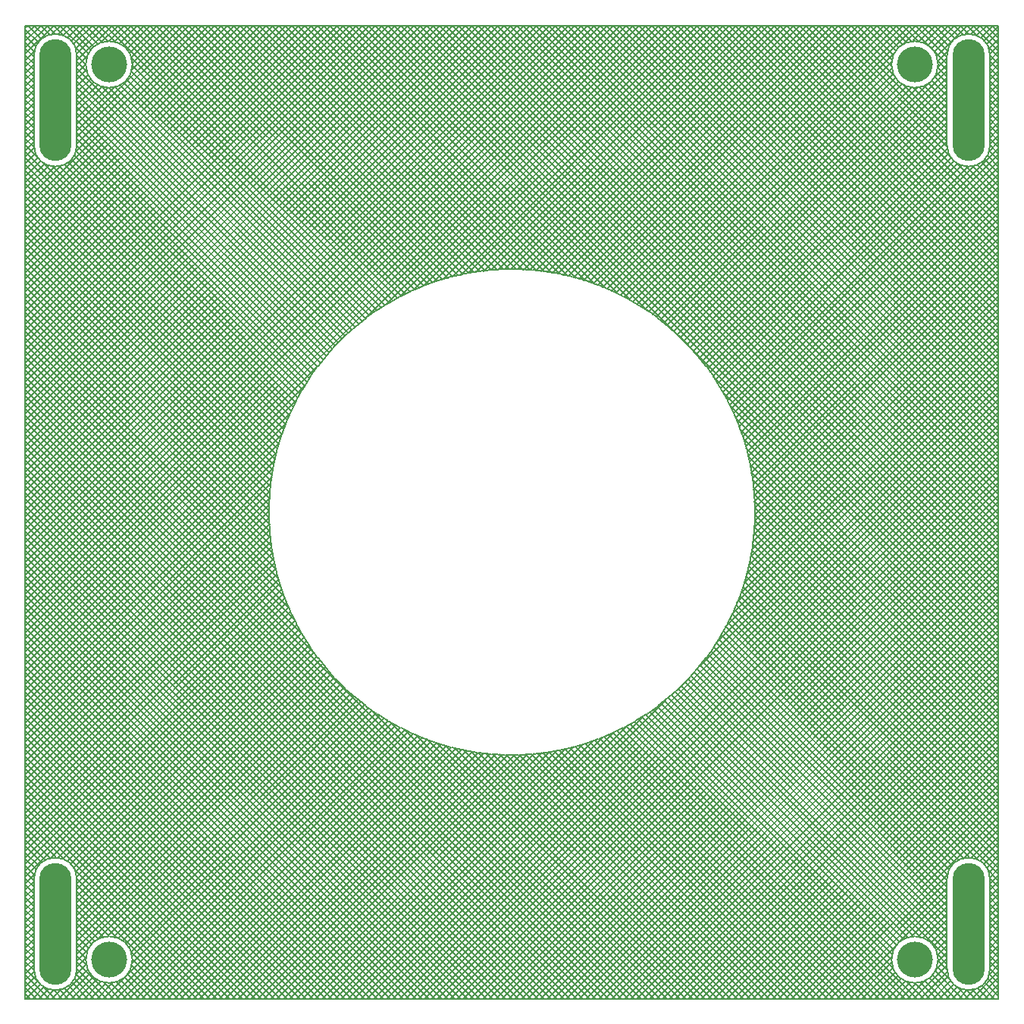
<source format=gbl>
G04*
G04 #@! TF.GenerationSoftware,Altium Limited,Altium Designer,25.6.2 (33)*
G04*
G04 Layer_Physical_Order=2*
G04 Layer_Color=16711680*
%FSLAX44Y44*%
%MOMM*%
G71*
G04*
G04 #@! TF.SameCoordinates,A8E630A6-B411-46C8-88FA-31B31851F755*
G04*
G04*
G04 #@! TF.FilePolarity,Positive*
G04*
G01*
G75*
%ADD12C,0.2032*%
%ADD13O,3.6000X13.6000*%
%ADD14C,4.0000*%
D12*
X485984Y410000D02*
G03*
X534016Y410000I24016J0D01*
G01*
Y510000D02*
G03*
X485984Y510000I-24016J0D01*
G01*
X476016Y500000D02*
G03*
X476016Y500000I-26016J0D01*
G01*
X534016Y-410000D02*
G03*
X485984Y-410000I-24016J0D01*
G01*
Y-510000D02*
G03*
X534016Y-510000I24016J0D01*
G01*
X476016Y-500000D02*
G03*
X476016Y-500000I-26016J0D01*
G01*
X-423984Y500000D02*
G03*
X-423984Y500000I-26016J0D01*
G01*
X-485984Y510000D02*
G03*
X-534016Y510000I-24016J0D01*
G01*
Y410000D02*
G03*
X-485984Y410000I24016J0D01*
G01*
Y-410000D02*
G03*
X-534016Y-410000I-24016J0D01*
G01*
X-423984Y-500000D02*
G03*
X-423984Y-500000I-26016J0D01*
G01*
X-534016Y-510000D02*
G03*
X-485984Y-510000I24016J0D01*
G01*
X515283Y543607D02*
X543607Y515283D01*
X522467Y543607D02*
X543607Y522467D01*
X335678Y543607D02*
X543607Y335678D01*
X328494Y543607D02*
X543607Y328494D01*
X321309Y543607D02*
X543607Y321309D01*
X527406Y526547D02*
X543607Y542748D01*
X527406Y526547D02*
X543607Y542748D01*
X530520Y522477D02*
X543607Y535564D01*
X314125Y543607D02*
X543607Y314125D01*
X306941Y543607D02*
X543607Y306941D01*
X505761Y533639D02*
X515729Y543607D01*
X500915D02*
X510511Y534011D01*
X508099Y543607D02*
X519765Y531941D01*
X493731Y543607D02*
X504066Y533271D01*
X474281Y509343D02*
X508545Y543607D01*
X536836D02*
X543607Y536836D01*
X523522Y529847D02*
X537282Y543607D01*
X529652D02*
X543607Y529652D01*
X513119Y533813D02*
X522913Y543607D01*
X518826Y532336D02*
X530098Y543607D01*
X227915D02*
X543607Y227915D01*
X235099Y543607D02*
X543607Y235099D01*
X220730Y543607D02*
X543607Y220730D01*
X213546Y543607D02*
X543607Y213546D01*
X206362Y543607D02*
X543607Y206362D01*
X191994Y543607D02*
X543607Y191994D01*
X199178Y543607D02*
X543607Y199178D01*
X184809Y543607D02*
X543607Y184809D01*
X177625Y543607D02*
X543607Y177625D01*
X170441Y543607D02*
X543607Y170441D01*
X292573Y543607D02*
X543607Y292572D01*
X299757Y543607D02*
X543607Y299757D01*
X285388Y543607D02*
X543607Y285388D01*
X278204Y543607D02*
X543607Y278204D01*
X271020Y543607D02*
X543607Y271020D01*
X263836Y543607D02*
X543607Y263836D01*
X256651Y543607D02*
X543607Y256651D01*
X249467Y543607D02*
X543607Y249467D01*
X242283Y543607D02*
X543607Y242283D01*
X91415Y543607D02*
X543607Y91415D01*
X98599Y543607D02*
X543607Y98599D01*
X84230Y543607D02*
X543607Y84230D01*
X77046Y543607D02*
X543607Y77046D01*
X69862Y543607D02*
X543607Y69862D01*
X55494Y543607D02*
X543607Y55493D01*
X62678Y543607D02*
X543607Y62678D01*
X48309Y543607D02*
X543607Y48309D01*
X41125Y543607D02*
X543607Y41125D01*
X33941Y543607D02*
X543607Y33941D01*
X156073Y543607D02*
X543607Y156073D01*
X163257Y543607D02*
X543607Y163257D01*
X148888Y543607D02*
X543607Y148888D01*
X141704Y543607D02*
X543607Y141704D01*
X134520Y543607D02*
X543607Y134520D01*
X127336Y543607D02*
X543607Y127336D01*
X120152Y543607D02*
X543607Y120151D01*
X112967Y543607D02*
X543607Y112967D01*
X105783Y543607D02*
X543607Y105783D01*
X-45085Y543607D02*
X543607Y-45086D01*
X-37901Y543607D02*
X543607Y-37901D01*
X-52270Y543607D02*
X543607Y-52270D01*
X-59454Y543607D02*
X543607Y-59454D01*
X-66638Y543607D02*
X543607Y-66638D01*
X-81006Y543607D02*
X543607Y-81006D01*
X-73822Y543607D02*
X543607Y-73822D01*
X-88191Y543607D02*
X543607Y-88191D01*
X-95375Y543607D02*
X543607Y-95375D01*
X-102559Y543607D02*
X543607Y-102559D01*
X19572Y543607D02*
X543607Y19572D01*
X26757Y543607D02*
X543607Y26757D01*
X12388Y543607D02*
X543607Y12388D01*
X5204Y543607D02*
X543607Y5204D01*
X-1980Y543607D02*
X543607Y-1980D01*
X-9164Y543607D02*
X543607Y-9164D01*
X-16349Y543607D02*
X543607Y-16349D01*
X-23533Y543607D02*
X543607Y-23533D01*
X-30717Y543607D02*
X543607Y-30717D01*
X534016Y468499D02*
X543607Y478091D01*
X534016Y481769D02*
X543607Y472178D01*
X534016Y474585D02*
X543607Y464994D01*
X534016Y488953D02*
X543607Y479362D01*
X534016Y475684D02*
X543607Y485275D01*
X534016Y460216D02*
X543607Y450625D01*
X534016Y454131D02*
X543607Y463722D01*
X534016Y446947D02*
X543607Y456538D01*
X534016Y461315D02*
X543607Y470906D01*
X534016Y467401D02*
X543607Y457809D01*
X534016Y504420D02*
X543607Y514012D01*
X533966Y511554D02*
X543607Y521196D01*
X534011Y510511D02*
X543607Y500915D01*
X532793Y517566D02*
X543607Y528380D01*
X531941Y519765D02*
X543607Y508099D01*
X534016Y496138D02*
X543607Y486546D01*
X534016Y490052D02*
X543607Y499643D01*
X534016Y482868D02*
X543607Y492459D01*
X534016Y497236D02*
X543607Y506828D01*
X534016Y503322D02*
X543607Y493731D01*
X534016Y411026D02*
X543607Y420617D01*
X534016Y424295D02*
X543607Y414704D01*
X534016Y417111D02*
X543607Y407520D01*
X532882Y402707D02*
X543607Y413433D01*
X534016Y409927D02*
X543607Y400336D01*
X531080Y398494D02*
X543607Y385967D01*
X533150Y403609D02*
X543607Y393152D01*
X528135Y394255D02*
X543607Y378783D01*
X524415Y390791D02*
X543607Y371599D01*
X519902Y388120D02*
X543607Y364415D01*
X534016Y445848D02*
X543607Y436257D01*
X534016Y439762D02*
X543607Y449354D01*
X534016Y432578D02*
X543607Y442169D01*
X534016Y453032D02*
X543607Y443441D01*
X534016Y410000D02*
Y510000D01*
Y431480D02*
X543607Y421888D01*
X534016Y418210D02*
X543607Y427801D01*
X534016Y438664D02*
X543607Y429073D01*
X534016Y425394D02*
X543607Y434985D01*
X507544Y386110D02*
X543607Y350046D01*
X514440Y386398D02*
X543607Y357230D01*
X495938Y390532D02*
X543607Y342862D01*
X257710Y84430D02*
X543607Y370327D01*
X259416Y78952D02*
X543607Y363143D01*
X265302Y56101D02*
X543607Y334406D01*
X263967Y61950D02*
X543607Y341591D01*
X266504Y50119D02*
X543607Y327222D01*
X261023Y73374D02*
X543607Y355959D01*
X262607Y67775D02*
X543607Y348775D01*
X251957Y100230D02*
X543607Y391880D01*
X247748Y110389D02*
X543607Y406249D01*
X249853Y105309D02*
X543607Y399064D01*
X253986Y95074D02*
X543607Y384696D01*
X255848Y89752D02*
X543607Y377512D01*
X243096Y120106D02*
X508995Y386005D01*
X245431Y115257D02*
X517293Y387118D01*
X269985Y-25427D02*
X543607Y248196D01*
X270569Y-17658D02*
X543607Y255380D01*
X269072Y-33523D02*
X543607Y241012D01*
X267905Y-41875D02*
X543607Y233827D01*
X266434Y-50530D02*
X543607Y226643D01*
X262263Y-69070D02*
X543607Y212275D01*
X264490Y-59658D02*
X543607Y219459D01*
X259356Y-79161D02*
X543607Y205091D01*
X255794Y-89907D02*
X543607Y197906D01*
X251462Y-101423D02*
X543607Y190722D01*
X270042Y24920D02*
X543607Y298485D01*
X269314Y31376D02*
X543607Y305669D01*
X270537Y18231D02*
X543607Y291301D01*
X267547Y43978D02*
X543607Y320038D01*
X268573Y37819D02*
X543607Y312854D01*
X271134Y4459D02*
X543607Y276933D01*
X271134Y-2725D02*
X543607Y269748D01*
X270919Y11429D02*
X543607Y284117D01*
X270997Y-10046D02*
X543607Y262564D01*
X464789Y521404D02*
X486992Y543607D01*
X460154Y523953D02*
X479808Y543607D01*
X464994D02*
X488304Y520297D01*
X457809Y543607D02*
X486494Y514923D01*
X450625Y543607D02*
X485984Y508248D01*
X486546Y543607D02*
X498871Y531282D01*
X479362Y543607D02*
X494568Y528401D01*
X472178Y543607D02*
X491042Y524743D01*
X468679Y518109D02*
X494177Y543607D01*
X471860Y514106D02*
X501361Y543607D01*
X421888D02*
X441063Y524433D01*
X414704Y543607D02*
X436235Y522076D01*
X407520Y543607D02*
X432176Y518951D01*
X400336Y543607D02*
X428826Y515117D01*
X393152Y543607D02*
X426216Y510543D01*
X454619Y525603D02*
X472624Y543607D01*
X447751Y525919D02*
X465440Y543607D01*
X437421Y522773D02*
X458256Y543607D01*
X429073D02*
X446855Y525825D01*
X436257Y543607D02*
X454187Y525677D01*
X475760Y503638D02*
X486361Y514239D01*
X364415Y543607D02*
X485984Y422038D01*
X357230Y543607D02*
X485984Y414854D01*
X350046Y543607D02*
X486110Y407544D01*
X342862Y543607D02*
X490532Y395938D01*
X475825Y496855D02*
X485984Y486696D01*
X475677Y504187D02*
X485984Y493880D01*
Y410000D02*
Y510000D01*
X470597Y484106D02*
X485984Y499494D01*
X188558Y194883D02*
X485984Y492309D01*
X443441Y543607D02*
X485984Y501064D01*
X385967Y543607D02*
X424486Y505088D01*
X378783Y543607D02*
X424036Y498354D01*
X371599Y543607D02*
X426623Y488583D01*
X475775Y496469D02*
X485984Y506678D01*
X152946Y223930D02*
X424397Y495381D01*
X144235Y229586D02*
X427227Y512579D01*
X148647Y226814D02*
X424081Y502249D01*
X26463Y269868D02*
X300203Y543607D01*
X19857Y270446D02*
X293019Y543607D01*
X32920Y269140D02*
X307387Y543607D01*
X6177Y271134D02*
X278650Y543607D01*
X13055Y270828D02*
X285834Y543607D01*
X57499Y264983D02*
X336124Y543607D01*
X51587Y266255D02*
X328940Y543607D01*
X63348Y263648D02*
X343308Y543607D01*
X39305Y268341D02*
X314571Y543607D01*
X45446Y267298D02*
X321755Y543607D01*
X-31588Y269290D02*
X242729Y543607D01*
X-39806Y268256D02*
X235545Y543607D01*
X-48461Y266786D02*
X228361Y543607D01*
X-57433Y264998D02*
X221176Y543607D01*
X-66742Y262873D02*
X213992Y543607D01*
X-1007Y271134D02*
X271466Y543607D01*
X-8226Y271099D02*
X264282Y543607D01*
X-15838Y270672D02*
X257098Y543607D01*
X-23491Y270203D02*
X249913Y543607D01*
X111567Y247208D02*
X407966Y543607D01*
X106524Y249349D02*
X400782Y543607D01*
X116416Y244873D02*
X415150Y543607D01*
X96347Y253540D02*
X386413Y543607D01*
X101444Y251454D02*
X393598Y543607D01*
X135294Y235014D02*
X443887Y543607D01*
X130667Y237571D02*
X436703Y543607D01*
X139823Y232359D02*
X451071Y543607D01*
X121265Y242538D02*
X422335Y543607D01*
X126040Y240128D02*
X429519Y543607D01*
X69130Y262245D02*
X350492Y543607D01*
X-76749Y260051D02*
X206808Y543607D01*
X-87265Y256718D02*
X199624Y543607D01*
X-98491Y252677D02*
X192440Y543607D01*
X-110808Y247544D02*
X185256Y543607D01*
X85703Y257265D02*
X372045Y543607D01*
X91025Y255403D02*
X379229Y543607D01*
X74708Y260639D02*
X357677Y543607D01*
X80285Y259032D02*
X364861Y543607D01*
X218679Y160346D02*
X485984Y427651D01*
X215626Y164478D02*
X485984Y434836D01*
X221661Y156144D02*
X485984Y420467D01*
X209252Y172472D02*
X485984Y449204D01*
X212439Y168475D02*
X485984Y442020D01*
X233021Y138768D02*
X490390Y396136D01*
X230249Y143180D02*
X487832Y400762D01*
X235625Y134188D02*
X493752Y392314D01*
X224643Y151942D02*
X485984Y413283D01*
X227477Y147592D02*
X486259Y406374D01*
X472076Y486235D02*
X485984Y472327D01*
X474433Y491063D02*
X485984Y479512D01*
X468951Y482176D02*
X485984Y465143D01*
X465117Y478826D02*
X485984Y457959D01*
X438583Y476623D02*
X485984Y429222D01*
X455088Y474486D02*
X485984Y443591D01*
X460543Y476216D02*
X485984Y450775D01*
X448354Y474036D02*
X485984Y436406D01*
X216824Y162961D02*
X225429Y150834D01*
X225620Y150548D02*
X233531Y137956D01*
X268596Y37746D02*
X270261Y22969D01*
X266058Y52747D02*
X268548Y38087D01*
X270290Y22626D02*
X271124Y7779D01*
X238183Y129561D02*
X497885Y389263D01*
X240740Y124934D02*
X502872Y387066D01*
X271134Y-7435D02*
Y-0D01*
Y7435D01*
X270290Y-22626D02*
X271124Y-7779D01*
X268596Y-37746D02*
X270261Y-22969D01*
X266058Y-52747D02*
X268548Y-38087D01*
X253463Y96568D02*
X258374Y82532D01*
X247650Y110628D02*
X253340Y96889D01*
X258479Y82204D02*
X262596Y67915D01*
X233706Y137660D02*
X240899Y124645D01*
X241057Y124339D02*
X247509Y110942D01*
X262681Y67582D02*
X265990Y53084D01*
X262681Y-67582D02*
X265990Y-53084D01*
X258479Y-82204D02*
X262596Y-67915D01*
X253463Y-96568D02*
X258374Y-82532D01*
X67915Y262596D02*
X82204Y258479D01*
X53084Y265990D02*
X67582Y262681D01*
X157149Y220948D02*
X426047Y489846D01*
X22969Y270261D02*
X37746Y268596D01*
X38087Y268548D02*
X52747Y266058D01*
X124645Y240899D02*
X137660Y233706D01*
X110942Y247509D02*
X124339Y241057D01*
X137956Y233531D02*
X150547Y225620D01*
X82532Y258374D02*
X96568Y253463D01*
X96889Y253340D02*
X110628Y247650D01*
X-7435Y271134D02*
X7435D01*
X-22626Y270290D02*
X-7779Y271124D01*
X7779D02*
X22626Y270290D01*
X-37746Y268596D02*
X-22969Y270261D01*
X-52747Y266058D02*
X-38087Y268548D01*
X-67582Y262681D02*
X-53084Y265990D01*
X-82204Y258479D02*
X-67915Y262596D01*
X-96568Y253463D02*
X-82532Y258374D01*
X-110628Y247650D02*
X-96889Y253340D01*
X192150Y191291D02*
X485984Y485125D01*
X192150Y191291D02*
X485984Y485125D01*
X195742Y187699D02*
X485984Y477941D01*
X173427Y208490D02*
X440657Y475719D01*
X184888Y198398D02*
X465894Y479403D01*
X202599Y180188D02*
X485984Y463573D01*
X199209Y183981D02*
X485984Y470757D01*
X205989Y176394D02*
X485984Y456388D01*
X177301Y205179D02*
X446362Y474240D01*
X181095Y201789D02*
X453531Y474225D01*
X169430Y211677D02*
X435894Y478140D01*
X165434Y214864D02*
X431891Y481321D01*
X163236Y216617D02*
X174862Y207345D01*
X161351Y217966D02*
X428596Y485211D01*
X150834Y225429D02*
X162961Y216824D01*
X197214Y186213D02*
X207123Y175125D01*
X207345Y174862D02*
X216617Y163236D01*
X175125Y207123D02*
X186213Y197214D01*
X186463Y196978D02*
X196978Y186463D01*
X267505Y44227D02*
X543607Y-231875D01*
X265995Y52922D02*
X543607Y-224691D01*
X268824Y35724D02*
X543607Y-239059D01*
X261473Y71812D02*
X543607Y-210322D01*
X263913Y62188D02*
X543607Y-217507D01*
X271134Y4678D02*
X543607Y-267796D01*
X270881Y12115D02*
X543607Y-260612D01*
X271134Y-2507D02*
X543607Y-274980D01*
X269737Y27627D02*
X543607Y-246243D01*
X270453Y19727D02*
X543607Y-253428D01*
X238787Y-128466D02*
X543607Y176354D01*
X246006Y-114064D02*
X543607Y183538D01*
X228544Y-145894D02*
X543607Y169170D01*
X225116Y151274D02*
X543607Y-167217D01*
X209651Y-171971D02*
X543607Y161985D01*
X254743Y92911D02*
X543607Y-195954D01*
X250082Y104756D02*
X543607Y-188770D01*
X258565Y81904D02*
X543607Y-203138D01*
X236375Y132831D02*
X543607Y-174401D01*
X244192Y117830D02*
X543607Y-181586D01*
X261459Y-71859D02*
X543607Y-354007D01*
X262995Y-66210D02*
X543607Y-346822D01*
X543607Y543607D02*
X543607Y-543607D01*
X259853Y-77436D02*
X543607Y-361191D01*
X258216Y-82984D02*
X543607Y-368375D01*
X254492Y-93628D02*
X543607Y-382743D01*
X256354Y-88306D02*
X543607Y-375559D01*
X252529Y-98849D02*
X543607Y-389928D01*
X250424Y-103929D02*
X543607Y-397112D01*
X248320Y-109009D02*
X543607Y-404296D01*
X270641Y-16382D02*
X543607Y-289349D01*
X271023Y-9580D02*
X543607Y-282164D01*
X270239Y-23165D02*
X543607Y-296533D01*
X269512Y-29622D02*
X543607Y-303717D01*
X268784Y-36078D02*
X543607Y-310901D01*
X267831Y-42309D02*
X543607Y-318085D01*
X266788Y-48450D02*
X543607Y-325270D01*
X265665Y-54511D02*
X543607Y-332454D01*
X264330Y-60360D02*
X543607Y-339638D01*
X-109743Y543607D02*
X543607Y-109743D01*
X-54222Y-543607D02*
X543607Y54222D01*
X-47038Y-543607D02*
X543607Y47038D01*
X-116927Y543607D02*
X543607Y-116928D01*
X-124112Y543607D02*
X543607Y-124112D01*
X-18301Y-543607D02*
X543607Y18301D01*
X-25485Y-543607D02*
X543607Y25485D01*
X-11117Y-543607D02*
X543607Y11117D01*
X-39854Y-543607D02*
X543607Y39854D01*
X-32669Y-543607D02*
X543607Y32669D01*
X-97327Y-543607D02*
X543607Y97327D01*
X-104512Y-543607D02*
X543607Y104512D01*
X-90143Y-543607D02*
X543607Y90143D01*
X-118880Y-543607D02*
X543607Y118880D01*
X-111696Y-543607D02*
X543607Y111696D01*
X-68590Y-543607D02*
X543607Y68590D01*
X-61406Y-543607D02*
X543607Y61406D01*
X-82959Y-543607D02*
X543607Y82959D01*
X-75775Y-543607D02*
X543607Y75775D01*
X82278Y-543607D02*
X543607Y-82278D01*
X75094Y-543607D02*
X543607Y-75094D01*
X89462Y-543607D02*
X543607Y-89462D01*
X60725Y-543607D02*
X543607Y-60725D01*
X67909Y-543607D02*
X543607Y-67909D01*
X118199Y-543607D02*
X543607Y-118199D01*
X111015Y-543607D02*
X543607Y-111015D01*
X125383Y-543607D02*
X543607Y-125383D01*
X96646Y-543607D02*
X543607Y-96646D01*
X103831Y-543607D02*
X543607Y-103830D01*
X17620Y-543607D02*
X543607Y-17620D01*
X10436Y-543607D02*
X543607Y-10436D01*
X24804Y-543607D02*
X543607Y-24804D01*
X-3933Y-543607D02*
X543607Y3933D01*
X3252Y-543607D02*
X543607Y-3252D01*
X46357Y-543607D02*
X543607Y-46357D01*
X53541Y-543607D02*
X543607Y-53541D01*
X31988Y-543607D02*
X543607Y-31988D01*
X39173Y-543607D02*
X543607Y-39173D01*
X534016Y-437810D02*
X543607Y-447401D01*
X534016Y-443896D02*
X543607Y-434304D01*
X534016Y-451080D02*
X543607Y-441488D01*
X534016Y-436711D02*
X543607Y-427120D01*
X534016Y-430626D02*
X543607Y-440217D01*
X534016Y-465448D02*
X543607Y-455857D01*
X534016Y-452178D02*
X543607Y-461770D01*
X534016Y-459363D02*
X543607Y-468954D01*
X534016Y-444994D02*
X543607Y-454586D01*
X534016Y-458264D02*
X543607Y-448673D01*
X533937Y-408054D02*
X543607Y-398383D01*
X532686Y-402120D02*
X543607Y-391199D01*
X534016Y-415159D02*
X543607Y-405567D01*
X530360Y-397262D02*
X543607Y-384015D01*
X531572Y-399445D02*
X543607Y-411480D01*
X534016Y-429527D02*
X543607Y-419936D01*
X534016Y-416257D02*
X543607Y-425849D01*
X534016Y-423442D02*
X543607Y-433033D01*
X533997Y-409055D02*
X543607Y-418665D01*
X534016Y-422343D02*
X543607Y-412752D01*
X534016Y-502468D02*
X543607Y-512059D01*
X534016Y-508554D02*
X543607Y-498962D01*
X534016Y-509652D02*
X543607Y-519244D01*
X534016Y-495284D02*
X543607Y-504875D01*
X533066Y-516688D02*
X543607Y-506146D01*
X534883Y-543607D02*
X543607Y-534883D01*
X533239Y-516059D02*
X543607Y-526428D01*
X542067Y-543607D02*
X543607Y-542067D01*
X531228Y-521232D02*
X543607Y-533612D01*
X528329Y-525518D02*
X543607Y-540796D01*
X534016Y-473731D02*
X543607Y-483322D01*
X534016Y-479817D02*
X543607Y-470225D01*
X534016Y-487001D02*
X543607Y-477410D01*
X534016Y-472632D02*
X543607Y-463041D01*
X534016Y-466547D02*
X543607Y-476138D01*
X534016Y-488100D02*
X543607Y-497691D01*
X534016Y-501369D02*
X543607Y-491778D01*
X534016Y-480915D02*
X543607Y-490507D01*
X534016Y-494185D02*
X543607Y-484594D01*
X240331Y-543607D02*
X543607Y-240331D01*
X233146Y-543607D02*
X543607Y-233146D01*
X247515Y-543607D02*
X543607Y-247515D01*
X218778Y-543607D02*
X543607Y-218778D01*
X225962Y-543607D02*
X543607Y-225962D01*
X523270Y-389983D02*
X543607Y-369646D01*
X518522Y-387547D02*
X543607Y-362462D01*
X527200Y-393238D02*
X543607Y-376831D01*
X254699Y-543607D02*
X543607Y-254699D01*
X261883Y-543607D02*
X543607Y-261883D01*
X190041Y-543607D02*
X543607Y-190041D01*
X182857Y-543607D02*
X543607Y-182857D01*
X197225Y-543607D02*
X543607Y-197225D01*
X168489Y-543607D02*
X543607Y-168488D01*
X175673Y-543607D02*
X543607Y-175673D01*
X512744Y-386141D02*
X543607Y-355278D01*
X505241Y-386460D02*
X543607Y-348094D01*
X204410Y-543607D02*
X543607Y-204410D01*
X211594Y-543607D02*
X543607Y-211594D01*
X154120Y-543607D02*
X543607Y-154120D01*
X146936Y-543607D02*
X543607Y-146936D01*
X161304Y-543607D02*
X543607Y-161304D01*
X132567Y-543607D02*
X543607Y-132567D01*
X139752Y-543607D02*
X543607Y-139752D01*
X520515Y-543607D02*
X543607Y-520515D01*
X513331Y-543607D02*
X543607Y-513331D01*
X527699Y-543607D02*
X543607Y-527699D01*
X333725Y-543607D02*
X543607Y-333725D01*
X340910Y-543607D02*
X543607Y-340910D01*
X290620Y-543607D02*
X543607Y-290620D01*
X283436Y-543607D02*
X543607Y-283436D01*
X297804Y-543607D02*
X543607Y-297804D01*
X269067Y-543607D02*
X543607Y-269067D01*
X276252Y-543607D02*
X543607Y-276252D01*
X319357Y-543607D02*
X543607Y-319357D01*
X326541Y-543607D02*
X543607Y-326541D01*
X304988Y-543607D02*
X543607Y-304988D01*
X312173Y-543607D02*
X543607Y-312173D01*
X243731Y-118788D02*
X510946Y-386003D01*
X241395Y-123637D02*
X504404Y-386645D01*
X246066Y-113939D02*
X520555Y-388428D01*
X238878Y-128303D02*
X499149Y-388575D01*
X236320Y-132930D02*
X494798Y-391408D01*
X233763Y-137557D02*
X491227Y-395021D01*
X231003Y-141981D02*
X488441Y-399419D01*
X228230Y-146393D02*
X486569Y-404731D01*
X225447Y-150793D02*
X485984Y-411331D01*
X222471Y-155002D02*
X485984Y-418515D01*
X247650Y-110628D02*
X253340Y-96889D01*
X241057Y-124339D02*
X247509Y-110942D01*
X233706Y-137660D02*
X240899Y-124645D01*
X225620Y-150548D02*
X233531Y-137956D01*
X216824Y-162961D02*
X225429Y-150834D01*
X207345Y-174862D02*
X216617Y-163236D01*
X197214Y-186213D02*
X207123Y-175125D01*
X186463Y-196978D02*
X196978Y-186463D01*
X175125Y-207123D02*
X186213Y-197214D01*
X163236Y-216617D02*
X174862Y-207345D01*
X213305Y-167389D02*
X485984Y-440067D01*
X216493Y-163392D02*
X485984Y-432883D01*
X210118Y-171385D02*
X485984Y-447252D01*
X206911Y-175363D02*
X485984Y-454436D01*
X203521Y-179157D02*
X485984Y-461620D01*
X196718Y-186723D02*
X485984Y-475989D01*
X200130Y-182950D02*
X485984Y-468804D01*
X193126Y-190315D02*
X485984Y-483173D01*
X189534Y-193907D02*
X485984Y-490357D01*
X185920Y-197476D02*
X485984Y-497540D01*
X219489Y-159204D02*
X485984Y-425699D01*
X178333Y-204257D02*
X448127Y-474052D01*
X182126Y-200867D02*
X455928Y-474668D01*
X174514Y-207623D02*
X442103Y-475212D01*
X170517Y-210810D02*
X437109Y-477402D01*
X166521Y-213998D02*
X432909Y-480386D01*
X162494Y-217155D02*
X429422Y-484083D01*
X158292Y-220137D02*
X426661Y-488506D01*
X154089Y-223119D02*
X424741Y-493771D01*
X149846Y-226060D02*
X423985Y-500199D01*
X150834Y-225429D02*
X162961Y-216824D01*
X145434Y-228833D02*
X425584Y-508982D01*
X137956Y-233531D02*
X150548Y-225620D01*
X124645Y-240899D02*
X137660Y-233706D01*
X-74004Y-260841D02*
X208762Y-543607D01*
X-84260Y-257770D02*
X201577Y-543607D01*
X-64210Y-263451D02*
X215946Y-543607D01*
X-107420Y-248978D02*
X187209Y-543607D01*
X-95311Y-253903D02*
X194393Y-543607D01*
X110942Y-247509D02*
X124339Y-241057D01*
X96889Y-253340D02*
X110628Y-247650D01*
X82532Y-258374D02*
X96568Y-253463D01*
X-110628Y-247650D02*
X-96889Y-253340D01*
X-96568Y-253463D02*
X-82532Y-258374D01*
X67915Y-262596D02*
X82204Y-258479D01*
X53084Y-265991D02*
X67582Y-262682D01*
X-82204Y-258479D02*
X-67915Y-262596D01*
X-67582Y-262682D02*
X-53084Y-265991D01*
X136552Y-234319D02*
X445841Y-543607D01*
X131925Y-236876D02*
X438657Y-543607D01*
X141022Y-231605D02*
X453025Y-543607D01*
X122584Y-241903D02*
X424288Y-543607D01*
X127298Y-239433D02*
X431472Y-543607D01*
X112885Y-246573D02*
X409920Y-543607D01*
X107905Y-248777D02*
X402735Y-543607D01*
X117734Y-244238D02*
X417104Y-543607D01*
X97745Y-252986D02*
X388367Y-543607D01*
X102825Y-250882D02*
X395551Y-543607D01*
X87150Y-256758D02*
X373999Y-543607D01*
X81802Y-258595D02*
X366814Y-543607D01*
X92472Y-254896D02*
X381183Y-543607D01*
X-120840Y-242742D02*
X180025Y-543607D01*
X76224Y-260202D02*
X359630Y-543607D01*
X64939Y-263285D02*
X345262Y-543607D01*
X70647Y-261808D02*
X352446Y-543607D01*
X-54901Y-265576D02*
X223130Y-543607D01*
X59090Y-264620D02*
X338078Y-543607D01*
X485984Y-510000D02*
Y-410000D01*
X534016Y-510000D02*
Y-410000D01*
X475941Y-501970D02*
X485984Y-491928D01*
X475332Y-494072D02*
X485984Y-504724D01*
X474789Y-507897D02*
X489659Y-522768D01*
X475948Y-501873D02*
X486067Y-511991D01*
X473069Y-512026D02*
X485984Y-499112D01*
X448673Y-543607D02*
X485984Y-506296D01*
X463950Y-478040D02*
X485984Y-456007D01*
X459157Y-475649D02*
X485984Y-448822D01*
X467979Y-481196D02*
X485984Y-463191D01*
X453413Y-474209D02*
X485984Y-441638D01*
X446171Y-474267D02*
X485984Y-434454D01*
X473876Y-489667D02*
X485984Y-477559D01*
X475563Y-495165D02*
X485984Y-484743D01*
X471299Y-485060D02*
X485984Y-470375D01*
X449801Y-526015D02*
X467393Y-543607D01*
X520191Y-531747D02*
X532051Y-543607D01*
X497232Y-530341D02*
X510499Y-543607D01*
X524654Y-529027D02*
X539234Y-543607D01*
X472598Y-512891D02*
X503314Y-543607D01*
X484594D02*
X497621Y-530580D01*
X508009Y-533933D02*
X517683Y-543607D01*
X506147D02*
X516688Y-533066D01*
X514793Y-533533D02*
X524867Y-543607D01*
X491778D02*
X502553Y-532832D01*
X498962Y-543607D02*
X508595Y-533975D01*
X465917Y-520578D02*
X488946Y-543607D01*
X463041D02*
X487710Y-518939D01*
X469614Y-517091D02*
X496130Y-543607D01*
X441489D02*
X462026Y-523069D01*
X455857Y-543607D02*
X486206Y-513258D01*
X470225Y-543607D02*
X490217Y-523616D01*
X477410Y-543607D02*
X493534Y-527483D01*
X456229Y-525259D02*
X474577Y-543607D01*
X461494Y-523339D02*
X481762Y-543607D01*
X28219Y-269670D02*
X302156Y-543607D01*
X21707Y-270342D02*
X294972Y-543607D01*
X34676Y-268943D02*
X309341Y-543607D01*
X-13768Y-270788D02*
X259051Y-543607D01*
X14905Y-270724D02*
X287788Y-543607D01*
X432545Y-480709D02*
X485984Y-427270D01*
X8102Y-271106D02*
X280604Y-543607D01*
X-6238Y-271134D02*
X266235Y-543607D01*
X946Y-271134D02*
X273420Y-543607D01*
X38087Y-268549D02*
X52747Y-266058D01*
X22969Y-270261D02*
X37746Y-268597D01*
X-29386Y-269538D02*
X244683Y-543607D01*
X-52747Y-266058D02*
X-38087Y-268549D01*
X-37746Y-268597D02*
X-22969Y-270261D01*
X7779Y-271124D02*
X22626Y-270290D01*
X-7435Y-271134D02*
X7435D01*
X-22626Y-270290D02*
X-7779Y-271124D01*
X-21380Y-270360D02*
X251867Y-543607D01*
X362462D02*
X485984Y-420085D01*
X369646Y-543607D02*
X430709Y-482545D01*
X405568Y-543607D02*
X431196Y-517979D01*
X348094Y-543607D02*
X486460Y-405241D01*
X355278Y-543607D02*
X485984Y-412901D01*
X434304Y-543607D02*
X451970Y-525941D01*
X427120Y-543607D02*
X445165Y-525563D01*
X441018Y-524416D02*
X460209Y-543607D01*
X412752D02*
X435060Y-521299D01*
X419936Y-543607D02*
X439667Y-523876D01*
X47116Y-267014D02*
X323709Y-543607D01*
X40975Y-268058D02*
X316525Y-543607D01*
X53241Y-265955D02*
X330893Y-543607D01*
X-46107Y-267186D02*
X230314Y-543607D01*
X-37483Y-268626D02*
X237498Y-543607D01*
X391199D02*
X425649Y-509157D01*
X398383Y-543607D02*
X428040Y-513950D01*
X376831Y-543607D02*
X424267Y-496171D01*
X384015Y-543607D02*
X424209Y-503413D01*
X-224691Y543607D02*
X52922Y265995D01*
X-231875Y543607D02*
X44227Y267505D01*
X-217507Y543607D02*
X62188Y263913D01*
X-246243Y543607D02*
X27627Y269737D01*
X-239059Y543607D02*
X35724Y268824D01*
X-188770Y543607D02*
X104756Y250082D01*
X-195954Y543607D02*
X92911Y254743D01*
X-181585Y543607D02*
X117830Y244192D01*
X-210322Y543607D02*
X71812Y261473D01*
X-203138Y543607D02*
X81904Y258565D01*
X-289349Y543607D02*
X-16382Y270641D01*
X-296533Y543607D02*
X-23165Y270239D01*
X-303717Y543607D02*
X-29622Y269512D01*
X-310901Y543607D02*
X-36078Y268784D01*
X-418664Y543607D02*
X-118788Y243731D01*
X-260612Y543607D02*
X12115Y270881D01*
X-267796Y543607D02*
X4678Y271134D01*
X-253428Y543607D02*
X19727Y270453D01*
X-274980Y543607D02*
X-2507Y271134D01*
X-282164Y543607D02*
X-9580Y271023D01*
X-174401Y543607D02*
X132831Y236375D01*
X-543607Y-120597D02*
X120597Y543607D01*
X-543607Y-127782D02*
X127782Y543607D01*
X-543607Y-106229D02*
X106229Y543607D01*
X-543607Y-113413D02*
X113413Y543607D01*
X-124633Y240903D02*
X178071Y543607D01*
X-141273Y231448D02*
X170887Y543607D01*
X-131296D02*
X543607Y-131296D01*
X-167217Y543607D02*
X151274Y225116D01*
X-163491Y216413D02*
X163703Y543607D01*
X-425849D02*
X-123637Y241395D01*
X-433033Y543607D02*
X-128303Y238878D01*
X-440217Y543607D02*
X-132930Y236320D01*
X-447401Y543607D02*
X-137557Y233763D01*
X-454585Y543607D02*
X-141981Y231003D01*
X-543607Y-84676D02*
X84677Y543607D01*
X-543607Y-91861D02*
X91861Y543607D01*
X-543607Y-48755D02*
X48755Y543607D01*
X-543607Y-55940D02*
X55940Y543607D01*
X-543607Y166771D02*
X-166771Y543607D01*
X-543607Y173955D02*
X-173955Y543607D01*
X-543607Y159587D02*
X-159587Y543607D01*
X-543607Y188324D02*
X-188324Y543607D01*
X-543607Y181139D02*
X-181139Y543607D01*
X-543607Y138034D02*
X-138034Y543607D01*
X-543607Y145218D02*
X-145218Y543607D01*
X-543607Y130850D02*
X-130850Y543607D01*
X-543607D02*
X543607D01*
X-543607Y152402D02*
X-152402Y543607D01*
X-543607Y231429D02*
X-231429Y543607D01*
X-543607Y238613D02*
X-238613Y543607D01*
X-543607Y224245D02*
X-224245Y543607D01*
X-543607Y252981D02*
X-252981Y543607D01*
X-543607Y245797D02*
X-245797Y543607D01*
X-543607Y202692D02*
X-202692Y543607D01*
X-543607Y195508D02*
X-195508Y543607D01*
X-543607Y217060D02*
X-217060Y543607D01*
X-543607Y209876D02*
X-209876Y543607D01*
X-543607Y-34387D02*
X34387Y543607D01*
X-543607Y-27203D02*
X27203Y543607D01*
X-543607Y-41571D02*
X41571Y543607D01*
X-543607Y-12834D02*
X12834Y543607D01*
X-543607Y-20018D02*
X20019Y543607D01*
X-543607Y-99045D02*
X99045Y543607D01*
X-543607Y-77492D02*
X77492Y543607D01*
X-543607Y-134966D02*
X134966Y543607D01*
X-543607Y-63124D02*
X63124Y543607D01*
X-543607Y-70308D02*
X70308Y543607D01*
X-543607Y30271D02*
X-30271Y543607D01*
X-543607Y37455D02*
X-37455Y543607D01*
X-543607Y23087D02*
X-23087Y543607D01*
X-543607Y123666D02*
X-123666Y543607D01*
X-543607Y66192D02*
X-66192Y543607D01*
X-543607Y1534D02*
X-1534Y543607D01*
X-543607Y-5650D02*
X5650Y543607D01*
X-543607Y15903D02*
X-15903Y543607D01*
X-543607Y8718D02*
X-8718Y543607D01*
X-354007D02*
X-71859Y261459D01*
X-361191Y543607D02*
X-77436Y259853D01*
X-368375Y543607D02*
X-82984Y258216D01*
X-375559Y543607D02*
X-88306Y256354D01*
X-382743Y543607D02*
X-93628Y254492D01*
X-318085Y543607D02*
X-42309Y267831D01*
X-325270Y543607D02*
X-48450Y266788D01*
X-332454Y543607D02*
X-54511Y265665D01*
X-339638Y543607D02*
X-60360Y264330D01*
X-346822Y543607D02*
X-66210Y262995D01*
X-389928Y543607D02*
X-98849Y252529D01*
X-397112Y543607D02*
X-103929Y250424D01*
X-404296Y543607D02*
X-109009Y248320D01*
X-411480Y543607D02*
X-113939Y246066D01*
X-424861Y506699D02*
X-146393Y228230D01*
X-124340Y241057D02*
X-110942Y247509D01*
X-137660Y233706D02*
X-124645Y240899D01*
X-150548Y225620D02*
X-137956Y233531D01*
X-424018Y498671D02*
X-150793Y225447D01*
X-425075Y492544D02*
X-155002Y222471D01*
X-427195Y487480D02*
X-159204Y219489D01*
X-430119Y483220D02*
X-163392Y216493D01*
X-433759Y479676D02*
X-167389Y213305D01*
X-438122Y476854D02*
X-171385Y210118D01*
X-443311Y474859D02*
X-175363Y206911D01*
X-162961Y216824D02*
X-150834Y225429D01*
X-174862Y207345D02*
X-163236Y216617D01*
X-186213Y197214D02*
X-175125Y207123D01*
X-196978Y186463D02*
X-186463Y196978D01*
X-207123Y175125D02*
X-197214Y186213D01*
X-216617Y163236D02*
X-207345Y174862D01*
X-225429Y150834D02*
X-216824Y162961D01*
X-233531Y137956D02*
X-225620Y150547D01*
X-240899Y124645D02*
X-233706Y137660D01*
X-247509Y110942D02*
X-241057Y124339D01*
X-247509Y-110942D02*
X-241057Y-124340D01*
X-240899Y-124645D02*
X-233706Y-137660D01*
X-253340Y96889D02*
X-247650Y110628D01*
X-253340Y-96889D02*
X-247650Y-110628D01*
X-458096Y475276D02*
X-182950Y200130D01*
X-485984Y481611D02*
X-193907Y189534D01*
X-485984Y474428D02*
X-197476Y185920D01*
X-485984Y495979D02*
X-186723Y196718D01*
X-485984Y488795D02*
X-190315Y193126D01*
X-449623Y473987D02*
X-179157Y203521D01*
X-485984Y452875D02*
X-207623Y174514D01*
X-485984Y445691D02*
X-210810Y170517D01*
X-485984Y467244D02*
X-200867Y182126D01*
X-485984Y460060D02*
X-204257Y178333D01*
X-485984Y431323D02*
X-217155Y162494D01*
X-485984Y424138D02*
X-220137Y158292D01*
X-485984Y416954D02*
X-223119Y154089D01*
X-485984Y438507D02*
X-213998Y166521D01*
X-485985Y409771D02*
X-226060Y149846D01*
X-486884Y403486D02*
X-228833Y145434D01*
X-488975Y398393D02*
X-231605Y141022D01*
X-491938Y394172D02*
X-234319Y136552D01*
X-495675Y390724D02*
X-236876Y131925D01*
X-543607Y94929D02*
X-94929Y543607D01*
X-543607Y102113D02*
X-102113Y543607D01*
X-543607Y87745D02*
X-87745Y543607D01*
X-543607Y116482D02*
X-116482Y543607D01*
X-543607Y109297D02*
X-109297Y543607D01*
X-543607Y51824D02*
X-51824Y543607D01*
X-543607Y59008D02*
X-59008Y543607D01*
X-543607Y44639D02*
X-44639Y543607D01*
X-543607Y80560D02*
X-80560Y543607D01*
X-543607Y73376D02*
X-73376Y543607D01*
X-500207Y388072D02*
X-239433Y127298D01*
X-505693Y386373D02*
X-241903Y122584D01*
X-524683Y390995D02*
X-246573Y112885D01*
X-543607Y402735D02*
X-248777Y107905D01*
X-543607Y395551D02*
X-250882Y102825D01*
X-512632Y386129D02*
X-244238Y117734D01*
X-543607Y172841D02*
X-234447Y-136320D01*
X-543607Y187209D02*
X-248978Y-107420D01*
X-543607Y180025D02*
X-242742Y-120840D01*
X-450179Y526015D02*
X-432587Y543607D01*
X-461770D02*
X-443301Y525139D01*
X-458950Y524428D02*
X-439771Y543607D01*
X-468954D02*
X-451329Y525982D01*
X-476138Y543607D02*
X-457456Y524925D01*
X-430377Y517081D02*
X-403850Y543607D01*
X-434072Y520570D02*
X-411034Y543607D01*
X-427395Y512878D02*
X-396666Y543607D01*
X-443755Y525255D02*
X-425403Y543607D01*
X-438493Y523333D02*
X-418218Y543607D01*
X-496572Y529911D02*
X-482876Y543607D01*
X-501288Y532380D02*
X-490061Y543607D01*
X-492671Y526628D02*
X-475692Y543607D01*
X-507021Y533831D02*
X-497245Y543607D01*
X-504875D02*
X-473146Y511878D01*
X-483322Y543607D02*
X-462520Y522805D01*
X-489540Y522575D02*
X-468508Y543607D01*
X-487247Y517684D02*
X-461324Y543607D01*
X-490507D02*
X-466780Y519881D01*
X-497691Y543607D02*
X-470324Y516241D01*
X-424050Y501854D02*
X-382297Y543607D01*
X-425207Y507882D02*
X-389482Y543607D01*
X-424674Y494046D02*
X-375113Y543607D01*
X-486044Y511702D02*
X-454139Y543607D01*
X-485984Y504579D02*
X-446955Y543607D01*
X-485984Y418368D02*
X-360745Y543607D01*
X-485984Y411184D02*
X-353560Y543607D01*
X-485984Y425552D02*
X-367929Y543607D01*
X-487046Y402938D02*
X-346376Y543607D01*
X-485984Y497394D02*
X-474428Y508950D01*
X-485984Y503164D02*
X-474724Y491904D01*
X-485984Y410000D02*
Y510000D01*
X-487936Y519484D02*
X-475141Y506689D01*
X-485987Y510350D02*
X-476013Y500377D01*
X-485984Y475842D02*
X-473333Y488493D01*
X-485984Y468657D02*
X-470570Y484072D01*
X-485984Y490210D02*
X-476015Y500179D01*
X-485984Y483026D02*
X-475255Y493755D01*
X-526428Y543607D02*
X-516059Y533239D01*
X-533612Y543607D02*
X-521232Y531228D01*
X-540796Y543607D02*
X-525518Y528329D01*
X-543607Y525981D02*
X-525981Y543607D01*
X-543607Y518797D02*
X-518797Y543607D01*
X-514433Y533603D02*
X-504429Y543607D01*
X-519243D02*
X-509650Y534013D01*
X-512059Y543607D02*
X-500516Y532064D01*
X-543607Y511613D02*
X-511613Y543607D01*
X-543607Y539234D02*
X-529027Y524654D01*
X-543607Y532051D02*
X-531747Y520191D01*
X-543607Y524867D02*
X-533533Y514793D01*
X-543607Y540350D02*
X-540350Y543607D01*
X-543607Y533166D02*
X-533166Y543607D01*
X-543607Y510499D02*
X-534016Y500907D01*
X-543607Y497245D02*
X-534016Y506836D01*
X-543607Y517683D02*
X-534016Y508092D01*
X-543607Y504429D02*
X-533603Y514433D01*
X-543607Y303271D02*
X-303271Y543607D01*
X-543607Y310455D02*
X-310455Y543607D01*
X-543607Y296087D02*
X-296087Y543607D01*
X-543607Y324824D02*
X-324824Y543607D01*
X-543607Y317639D02*
X-317639Y543607D01*
X-543607Y267350D02*
X-267350Y543607D01*
X-543607Y274534D02*
X-274534Y543607D01*
X-543607Y260166D02*
X-260166Y543607D01*
X-543607Y288903D02*
X-288902Y543607D01*
X-543607Y281718D02*
X-281718Y543607D01*
X-543607Y339192D02*
X-339192Y543607D01*
X-534016Y410000D02*
Y510000D01*
X-543607Y332008D02*
X-332008Y543607D01*
X-543607Y503314D02*
X-534016Y493723D01*
X-543607Y490061D02*
X-534016Y499652D01*
X-543607Y488946D02*
X-534016Y479355D01*
X-543607Y475692D02*
X-534016Y485283D01*
X-543607Y496130D02*
X-534016Y486539D01*
X-543607Y482876D02*
X-534016Y492467D01*
X-543607Y338078D02*
X-264620Y59090D01*
X-543607Y330893D02*
X-265955Y53241D01*
X-543607Y323709D02*
X-267014Y47116D01*
X-543607Y359630D02*
X-260202Y76224D01*
X-543607Y345262D02*
X-263285Y64939D01*
X-258374Y82532D02*
X-253463Y96568D01*
X-262596Y67915D02*
X-258479Y82204D01*
X-265991Y53084D02*
X-262682Y67582D01*
X-543607Y316525D02*
X-268058Y40975D01*
X-268549Y38087D02*
X-266058Y52747D01*
X-485984Y439921D02*
X-451854Y474050D01*
X-485984Y447105D02*
X-457882Y475207D01*
X-485984Y432736D02*
X-444046Y474674D01*
X-485984Y461473D02*
X-467081Y480377D01*
X-485984Y454289D02*
X-462878Y477395D01*
X-543607Y302156D02*
X-269670Y28219D01*
X-270261Y22969D02*
X-268597Y37746D01*
X-543607Y353560D02*
X-511156Y386012D01*
X-543607Y309341D02*
X-268943Y34676D01*
X-543607Y201577D02*
X-257770Y-84260D01*
X-271124Y-7779D02*
X-270290Y-22626D01*
X-543607Y194393D02*
X-253903Y-95311D01*
X-543607Y215946D02*
X-263451Y-64210D01*
X-543607Y208762D02*
X-260841Y-74004D01*
X-262596Y-67915D02*
X-258479Y-82204D01*
X-265991Y-53084D02*
X-262682Y-67582D01*
X-258374Y-82532D02*
X-253463Y-96568D01*
X-270261Y-22969D02*
X-268597Y-37746D01*
X-268549Y-38087D02*
X-266058Y-52747D01*
X-543607Y280604D02*
X-271106Y8102D01*
X-543607Y273420D02*
X-271134Y946D01*
X-543607Y266235D02*
X-271134Y-6238D01*
X-543607Y294972D02*
X-270342Y21707D01*
X-543607Y287788D02*
X-270724Y14905D01*
X-271124Y7779D02*
X-270290Y22626D01*
X-271134Y-7435D02*
Y0D01*
Y7435D01*
X-543607Y251867D02*
X-270360Y-21380D01*
X-543607Y438657D02*
X-534016Y429065D01*
X-543607Y432587D02*
X-534016Y442178D01*
X-543607Y425403D02*
X-534016Y434994D01*
X-543607Y439771D02*
X-534016Y449362D01*
X-543607Y445841D02*
X-534016Y436249D01*
X-543607Y411034D02*
X-534016Y420625D01*
X-543607Y424288D02*
X-534016Y414697D01*
X-543607Y417104D02*
X-533871Y407368D01*
X-543607Y431472D02*
X-534016Y421881D01*
X-543607Y418218D02*
X-534016Y427810D01*
X-543607Y461324D02*
X-534016Y470915D01*
X-543607Y474577D02*
X-534016Y464986D01*
X-543607Y467393D02*
X-534016Y457802D01*
X-543607Y481762D02*
X-534016Y472170D01*
X-543607Y468508D02*
X-534016Y478099D01*
X-543607Y446955D02*
X-534016Y456547D01*
X-543607Y453025D02*
X-534016Y443434D01*
X-543607Y454139D02*
X-534016Y463731D01*
X-543607Y460209D02*
X-534016Y450618D01*
X-543607Y373999D02*
X-256758Y87150D01*
X-543607Y366814D02*
X-258595Y81802D01*
X-543607Y352446D02*
X-261808Y70647D01*
X-543607Y388367D02*
X-252986Y97745D01*
X-543607Y381183D02*
X-254896Y92472D01*
X-543607Y230314D02*
X-267186Y-46107D01*
X-543607Y237498D02*
X-268626Y-37483D01*
X-543607Y223130D02*
X-265576Y-54901D01*
X-543607Y259051D02*
X-270788Y-13768D01*
X-543607Y244683D02*
X-269538Y-29386D01*
X-543607Y389482D02*
X-532215Y400874D01*
X-543607Y396666D02*
X-533761Y406512D01*
X-543607Y382297D02*
X-529676Y396229D01*
X-543607Y403850D02*
X-534016Y413441D01*
X-543607Y409920D02*
X-529005Y395317D01*
X-543607Y360745D02*
X-517248Y387104D01*
X-543607Y346376D02*
X-502938Y387046D01*
X-543607Y375113D02*
X-526330Y392390D01*
X-543607Y367929D02*
X-522214Y389322D01*
X-145664Y543607D02*
X543607Y-145664D01*
X-138480Y543607D02*
X543607Y-138480D01*
X-152849Y543607D02*
X543607Y-152849D01*
X-160033Y543607D02*
X543607Y-160033D01*
X-543607Y-6765D02*
X-6765Y-543607D01*
X-207123Y-175125D02*
X-197214Y-186213D01*
X-216617Y-163236D02*
X-207345Y-174862D01*
X-485984Y-458106D02*
X-205179Y-177301D01*
X-485984Y-443737D02*
X-211677Y-169431D01*
X-485984Y-450922D02*
X-208490Y-173427D01*
X-233531Y-137956D02*
X-225620Y-150548D01*
X-487355Y-402003D02*
X-229586Y-144235D01*
X-486075Y-407908D02*
X-226814Y-148647D01*
X-492879Y-393159D02*
X-235014Y-135294D01*
X-489701Y-397165D02*
X-232359Y-139823D01*
X-225429Y-150834D02*
X-216824Y-162961D01*
X-485984Y-429369D02*
X-217966Y-161351D01*
X-485984Y-436553D02*
X-214864Y-165434D01*
X-485984Y-415001D02*
X-223930Y-152946D01*
X-485984Y-422185D02*
X-220948Y-157149D01*
X-133248Y-543607D02*
X543607Y133249D01*
X-140433Y-543607D02*
X543607Y140433D01*
X-126064Y-543607D02*
X543607Y126064D01*
X-154801Y-543607D02*
X543607Y154801D01*
X-147617Y-543607D02*
X543607Y147617D01*
X-543607Y-28317D02*
X-28317Y-543607D01*
X-543607Y-35502D02*
X-35501Y-543607D01*
X-543607Y-42686D02*
X-42686Y-543607D01*
X-543607Y-13949D02*
X-13949Y-543607D01*
X-543607Y-21133D02*
X-21133Y-543607D01*
X-543607Y-64238D02*
X-64238Y-543607D01*
X-543607Y-71423D02*
X-71423Y-543607D01*
X-543607Y-78607D02*
X-78607Y-543607D01*
X-543607Y-49870D02*
X-49870Y-543607D01*
X-543607Y-57054D02*
X-57054Y-543607D01*
X-543607Y-100160D02*
X-100159Y-543607D01*
X-543607Y-107344D02*
X-107344Y-543607D01*
X-543607Y-85791D02*
X-85791Y-543607D01*
X-543607Y-92975D02*
X-92975Y-543607D01*
X-543607Y-149334D02*
X149334Y543607D01*
X-543607Y-142150D02*
X142150Y543607D01*
X-543607Y-156519D02*
X156519Y543607D01*
X-543607Y151288D02*
X151288Y-543607D01*
X-543607Y144104D02*
X144104Y-543607D01*
X-543607Y65077D02*
X65077Y-543607D01*
X-543607Y57893D02*
X57893Y-543607D01*
X-543607Y50709D02*
X50709Y-543607D01*
X-543607Y136919D02*
X136920Y-543607D01*
X-543607Y129735D02*
X129735Y-543607D01*
X-543607Y-163703D02*
X-216413Y163491D01*
X-543607Y-170887D02*
X-231448Y141273D01*
X-543607Y36341D02*
X36341Y-543607D01*
X-543607Y165656D02*
X-221304Y-156647D01*
X-543607Y43525D02*
X43525Y-543607D01*
X-543607Y14788D02*
X14788Y-543607D01*
X-543607Y7604D02*
X7604Y-543607D01*
X-543607Y29156D02*
X29156Y-543607D01*
X-543607Y21972D02*
X21972Y-543607D01*
X-543607Y115367D02*
X115367Y-543607D01*
X-543607Y108183D02*
X108183Y-543607D01*
X-543607Y100998D02*
X100998Y-543607D01*
X-543607Y158472D02*
X158472Y-543607D01*
X-543607Y122551D02*
X122551Y-543607D01*
X-543607Y79446D02*
X79446Y-543607D01*
X-543607Y72262D02*
X72262Y-543607D01*
X-543607Y419D02*
X419Y-543607D01*
X-543607Y93814D02*
X93814Y-543607D01*
X-543607Y86630D02*
X86630Y-543607D01*
X-543607Y-128896D02*
X-128896Y-543607D01*
X-543607Y-136081D02*
X-136081Y-543607D01*
X-543607Y-143265D02*
X-143265Y-543607D01*
X-543607Y-114528D02*
X-114528Y-543607D01*
X-543607Y-121712D02*
X-121712Y-543607D01*
X-543607Y-164817D02*
X-164817Y-543607D01*
X-543607Y-172002D02*
X-172002Y-543607D01*
X-543607Y-150449D02*
X-150449Y-543607D01*
X-543607Y-157633D02*
X-157633Y-543607D01*
X-248196D02*
X25427Y-269985D01*
X-291301Y-543607D02*
X-18231Y-270537D01*
X-241012Y-543607D02*
X33523Y-269072D01*
X-305669Y-543607D02*
X-31376Y-269314D01*
X-298485Y-543607D02*
X-24920Y-270042D01*
X-262564Y-543607D02*
X10046Y-270997D01*
X-269748Y-543607D02*
X2725Y-271134D01*
X-255380Y-543607D02*
X17658Y-270569D01*
X-284117Y-543607D02*
X-11429Y-270919D01*
X-276933Y-543607D02*
X-4459Y-271134D01*
X-162961Y-216824D02*
X-150834Y-225429D01*
X-174862Y-207345D02*
X-163236Y-216617D01*
X-150548Y-225620D02*
X-137956Y-233531D01*
X-196978Y-186463D02*
X-186463Y-196978D01*
X-186213Y-197214D02*
X-175125Y-207123D01*
X-124339Y-241057D02*
X-110942Y-247509D01*
X-137660Y-233706D02*
X-124645Y-240899D01*
X-312854Y-543607D02*
X-37819Y-268573D01*
X-370327Y-543607D02*
X-84430Y-257710D01*
X-320038Y-543607D02*
X-43978Y-267547D01*
X-161985Y-543607D02*
X171971Y-209651D01*
X-156647Y-221304D02*
X165656Y-543607D01*
X-136320Y-234447D02*
X172841Y-543607D01*
X-176354D02*
X128466Y-238787D01*
X-169170Y-543607D02*
X145894Y-228544D01*
X-190722Y-543607D02*
X101423Y-251463D01*
X-197906Y-543607D02*
X89907Y-255794D01*
X-183538Y-543607D02*
X114064Y-246006D01*
X-212275Y-543607D02*
X69070Y-262263D01*
X-205091Y-543607D02*
X79161Y-259356D01*
X-341591Y-543607D02*
X-61950Y-263967D01*
X-348775Y-543607D02*
X-67775Y-262607D01*
X-219459Y-543607D02*
X59658Y-264490D01*
X-363143Y-543607D02*
X-78952Y-259416D01*
X-355959Y-543607D02*
X-73374Y-261023D01*
X-233827Y-543607D02*
X41875Y-267905D01*
X-226643Y-543607D02*
X50530Y-266434D01*
X-334406Y-543607D02*
X-56101Y-265302D01*
X-327222Y-543607D02*
X-50119Y-266504D01*
X-431039Y-482187D02*
X-164478Y-215626D01*
X-434871Y-478835D02*
X-168475Y-212439D01*
X-427916Y-486248D02*
X-160347Y-218679D01*
X-444894Y-474490D02*
X-176394Y-205989D01*
X-439443Y-476222D02*
X-172472Y-209252D01*
X-424173Y-496874D02*
X-151942Y-224643D01*
X-425562Y-491078D02*
X-156144Y-221661D01*
X-424327Y-504212D02*
X-147592Y-227477D01*
X-543607Y-543607D02*
X543607D01*
X-456538D02*
X-143180Y-230249D01*
X-485984Y-479659D02*
X-194883Y-188558D01*
X-485984Y-472474D02*
X-198398Y-184888D01*
X-485984Y-486843D02*
X-191291Y-192150D01*
X-485984Y-465290D02*
X-201789Y-181095D01*
X-543607Y-179186D02*
X-179186Y-543607D01*
X-451623Y-474035D02*
X-180188Y-202599D01*
X-461376Y-476603D02*
X-183981Y-199209D01*
X-485984Y-486843D02*
X-191291Y-192150D01*
X-485984Y-494027D02*
X-187699Y-195742D01*
X-420617Y-543607D02*
X-120106Y-243096D01*
X-427801Y-543607D02*
X-124934Y-240740D01*
X-413433Y-543607D02*
X-115257Y-245431D01*
X-442169Y-543607D02*
X-134188Y-235625D01*
X-434985Y-543607D02*
X-129561Y-238183D01*
X-384696Y-543607D02*
X-95074Y-253986D01*
X-391880Y-543607D02*
X-100230Y-251957D01*
X-377512Y-543607D02*
X-89752Y-255848D01*
X-406249Y-543607D02*
X-110389Y-247748D01*
X-399064Y-543607D02*
X-105309Y-249853D01*
X-543607Y-200739D02*
X-200738Y-543607D01*
X-543607Y-207923D02*
X-207923Y-543607D01*
X-543607Y-215107D02*
X-215107Y-543607D01*
X-543607Y-186370D02*
X-186370Y-543607D01*
X-543607Y-193554D02*
X-193554Y-543607D01*
X-543607Y-236660D02*
X-236660Y-543607D01*
X-449354D02*
X-138768Y-233022D01*
X-543607Y-222291D02*
X-222291Y-543607D01*
X-543607Y-229475D02*
X-229475Y-543607D01*
X-543607Y-393597D02*
X-251454Y-101444D01*
X-543607Y-386413D02*
X-253540Y-96347D01*
X-543607Y-400782D02*
X-249349Y-106524D01*
X-543607Y-372045D02*
X-257265Y-85703D01*
X-543607Y-379229D02*
X-255403Y-91025D01*
X-501592Y-387504D02*
X-240128Y-126040D01*
X-507398Y-386125D02*
X-242538Y-121265D01*
X-496825Y-389921D02*
X-237571Y-130667D01*
X-514958Y-386501D02*
X-244873Y-116416D01*
X-543607Y-407966D02*
X-247208Y-111567D01*
X-543607Y-373160D02*
X-525288Y-391479D01*
X-543607Y-380344D02*
X-528842Y-395109D01*
X-543607Y-364861D02*
X-259032Y-80285D01*
X-543607Y-365975D02*
X-520955Y-388628D01*
X-543607Y-415150D02*
X-533499Y-405042D01*
X-543607Y-401896D02*
X-534016Y-411488D01*
X-543607Y-409081D02*
X-534016Y-418672D01*
X-543607Y-387528D02*
X-531611Y-399524D01*
X-543607Y-394712D02*
X-533460Y-404860D01*
X-543607Y-265396D02*
X-265396Y-543607D01*
X-543607Y-272581D02*
X-272581Y-543607D01*
X-543607Y-279765D02*
X-279765Y-543607D01*
X-543607Y-251028D02*
X-251028Y-543607D01*
X-543607Y-258212D02*
X-258212Y-543607D01*
X-485997Y-409217D02*
X-351607Y-543607D01*
X-485984Y-416414D02*
X-358791Y-543607D01*
X-485984Y-423599D02*
X-365975Y-543607D01*
X-543607Y-308502D02*
X-308502Y-543607D01*
X-488282Y-399748D02*
X-344423Y-543607D01*
X-534016Y-510000D02*
Y-410000D01*
X-543607Y-429519D02*
X-534016Y-419927D01*
X-485984Y-510000D02*
Y-410000D01*
X-543607Y-422334D02*
X-534016Y-412743D01*
X-543607Y-416265D02*
X-534016Y-425856D01*
X-543607Y-430633D02*
X-534016Y-440224D01*
X-485984Y-430783D02*
X-441277Y-475490D01*
X-543607Y-423449D02*
X-534016Y-433040D01*
X-543607Y-436703D02*
X-534016Y-427112D01*
X-543607Y-192440D02*
X-252677Y98491D01*
X-543607Y-199624D02*
X-256718Y87265D01*
X-543607Y-206808D02*
X-260051Y76749D01*
X-543607Y-178071D02*
X-240903Y124633D01*
X-543607Y-185255D02*
X-247544Y110808D01*
X-543607Y-228361D02*
X-266786Y48461D01*
X-543607Y-235545D02*
X-268256Y39806D01*
X-543607Y-307387D02*
X-269140Y-32920D01*
X-543607Y-213992D02*
X-262873Y66742D01*
X-543607Y-221176D02*
X-264998Y57433D01*
X-543607Y-257097D02*
X-270672Y15838D01*
X-543607Y-264282D02*
X-271099Y8226D01*
X-543607Y-271466D02*
X-271134Y1007D01*
X-543607Y-242729D02*
X-269290Y31588D01*
X-543607Y-249913D02*
X-270203Y23491D01*
X-543607Y-293019D02*
X-270446Y-19857D01*
X-543607Y-300203D02*
X-269868Y-26463D01*
X-543607Y-278650D02*
X-271134Y-6177D01*
X-543607Y-285834D02*
X-270828Y-13055D01*
X-543607Y-336124D02*
X-264983Y-57499D01*
X-543607Y-328940D02*
X-266255Y-51587D01*
X-543607Y-343308D02*
X-263648Y-63348D01*
X-543607Y-314571D02*
X-268341Y-39305D01*
X-543607Y-321755D02*
X-267298Y-45446D01*
X-543607Y-243844D02*
X-243844Y-543607D01*
X-543607Y-286949D02*
X-286949Y-543607D01*
X-543607Y-294133D02*
X-294133Y-543607D01*
X-543607Y-350492D02*
X-262245Y-69130D01*
X-543607Y-357677D02*
X-260639Y-74708D01*
X-543607Y-315686D02*
X-315686Y-543607D01*
X-543607Y-322870D02*
X-322870Y-543607D01*
X-543607Y-330054D02*
X-330054Y-543607D01*
X-543607Y543607D02*
X-543607Y-543607D01*
X-543607Y-301317D02*
X-301317Y-543607D01*
X-543607Y-351607D02*
X-509217Y-385997D01*
X-543607Y-358791D02*
X-515723Y-386676D01*
X-543607Y-344423D02*
X-499748Y-388282D01*
X-543607Y-337239D02*
X-337238Y-543607D01*
X-485984Y-452335D02*
X-461604Y-476715D01*
X-485984Y-459520D02*
X-466010Y-479494D01*
X-485984Y-437967D02*
X-449967Y-473984D01*
X-485984Y-445151D02*
X-456362Y-474774D01*
X-485984Y-502625D02*
X-445002Y-543607D01*
X-486794Y-516184D02*
X-459370Y-543607D01*
X-485984Y-509809D02*
X-452186Y-543607D01*
X-492459D02*
X-467813Y-518961D01*
X-488827Y-521334D02*
X-466554Y-543607D01*
X-485984Y-481072D02*
X-474828Y-492228D01*
X-485984Y-488256D02*
X-475959Y-498281D01*
X-485984Y-501211D02*
X-473397Y-488624D01*
X-485984Y-466704D02*
X-469691Y-482997D01*
X-485984Y-473888D02*
X-472658Y-487215D01*
X-485984Y-495441D02*
X-475280Y-506145D01*
X-485984Y-508395D02*
X-475965Y-498377D01*
X-486871Y-516467D02*
X-475510Y-505106D01*
X-491743Y-525603D02*
X-473739Y-543607D01*
X-425490Y-491277D02*
X-373159Y-543607D01*
X-424774Y-506362D02*
X-387528Y-543607D01*
X-423984Y-499967D02*
X-380344Y-543607D01*
X-429494Y-516010D02*
X-401896Y-543607D01*
X-426715Y-511604D02*
X-394712Y-543607D01*
X-437215Y-522658D02*
X-416265Y-543607D01*
X-442228Y-524828D02*
X-423449Y-543607D01*
X-432997Y-519691D02*
X-409081Y-543607D01*
X-456145Y-525280D02*
X-437817Y-543607D01*
X-448281Y-525959D02*
X-430633Y-543607D01*
X-478091D02*
X-458922Y-524438D01*
X-485275Y-543607D02*
X-463752Y-522084D01*
X-463722Y-543607D02*
X-445788Y-525673D01*
X-506828Y-543607D02*
X-473778Y-510557D01*
X-499643Y-543607D02*
X-471165Y-515129D01*
X-495435Y-529095D02*
X-480923Y-543607D01*
X-470906D02*
X-453127Y-525827D01*
X-505339Y-533559D02*
X-495291Y-543607D01*
X-499917Y-531797D02*
X-488107Y-543607D01*
X-543607Y-486992D02*
X-534016Y-477401D01*
X-543607Y-473739D02*
X-534016Y-483330D01*
X-543607Y-480923D02*
X-534016Y-490514D01*
X-543607Y-466554D02*
X-534016Y-476146D01*
X-543607Y-479808D02*
X-534016Y-470217D01*
X-543607Y-495291D02*
X-534016Y-504882D01*
X-543607Y-501361D02*
X-534016Y-491769D01*
X-543607Y-508545D02*
X-534016Y-498954D01*
X-543607Y-494176D02*
X-534016Y-484585D01*
X-543607Y-488107D02*
X-534016Y-497698D01*
X-543607Y-445002D02*
X-534016Y-454593D01*
X-543607Y-451071D02*
X-534016Y-441480D01*
X-543607Y-458255D02*
X-534016Y-448664D01*
X-543607Y-443887D02*
X-534016Y-434296D01*
X-543607Y-437817D02*
X-534016Y-447409D01*
X-543607Y-459370D02*
X-534016Y-468961D01*
X-543607Y-472624D02*
X-534016Y-463033D01*
X-543607Y-452186D02*
X-534016Y-461777D01*
X-543607Y-465440D02*
X-534016Y-455849D01*
X-542748Y-543607D02*
X-526547Y-527406D01*
X-523211Y-530056D02*
X-509660Y-543607D01*
X-543607Y-516844D02*
X-516844Y-543607D01*
X-543607Y-524028D02*
X-524028Y-543607D01*
X-514012D02*
X-503533Y-533129D01*
X-521196Y-543607D02*
X-511554Y-533966D01*
X-512164Y-533918D02*
X-502475Y-543607D01*
X-535564D02*
X-522477Y-530520D01*
X-528380Y-543607D02*
X-517566Y-532793D01*
X-543607Y-509660D02*
X-530056Y-523211D01*
X-543607Y-522913D02*
X-533813Y-513119D01*
X-543607Y-530098D02*
X-532336Y-518826D01*
X-543607Y-502475D02*
X-533918Y-512164D01*
X-543607Y-515729D02*
X-534016Y-506138D01*
X-543607Y-538396D02*
X-538396Y-543607D01*
X-542748D02*
X-526547Y-527406D01*
X-543607Y-537282D02*
X-529847Y-523522D01*
X-543607Y-531212D02*
X-531212Y-543607D01*
D13*
X-510000Y-460000D02*
D03*
X510000D02*
D03*
Y460000D02*
D03*
X-510000D02*
D03*
D14*
X-450000Y-500000D02*
D03*
X450000D02*
D03*
Y500000D02*
D03*
X-450000D02*
D03*
M02*

</source>
